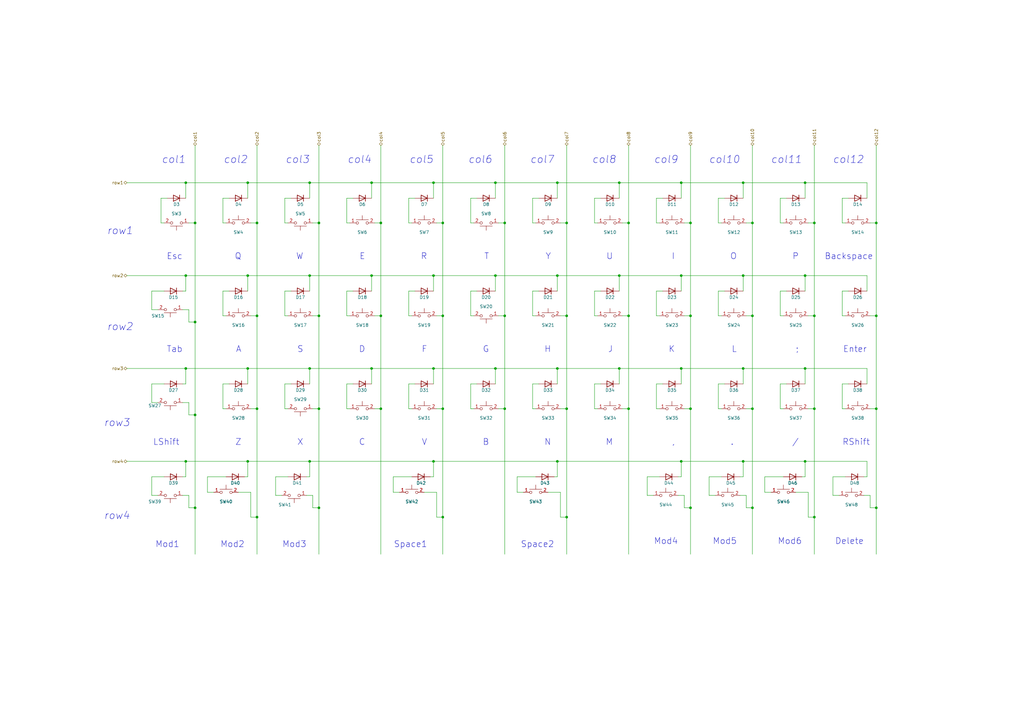
<source format=kicad_sch>
(kicad_sch (version 20211123) (generator eeschema)
  (paper "A3")
  (junction (at 232.41 91.44))
  (junction (at 254 74.93))
  (junction (at 304.8 189.23))
  (junction (at 228.6 74.93))
  (junction (at 80.01 170.18))
  (junction (at 228.6 113.03))
  (junction (at 101.6 189.23))
  (junction (at 279.4 151.13))
  (junction (at 254 151.13))
  (junction (at 232.41 167.64))
  (junction (at 257.81 129.54))
  (junction (at 279.4 189.23))
  (junction (at 232.41 129.54))
  (junction (at 304.8 74.93))
  (junction (at 105.41 129.54))
  (junction (at 203.2 113.03))
  (junction (at 105.41 91.44))
  (junction (at 228.6 189.23))
  (junction (at 181.61 91.44))
  (junction (at 152.4 113.03))
  (junction (at 254 113.03))
  (junction (at 228.6 151.13))
  (junction (at 177.8 74.93))
  (junction (at 257.81 91.44))
  (junction (at 177.8 113.03))
  (junction (at 308.61 167.64))
  (junction (at 359.41 91.44))
  (junction (at 156.21 129.54))
  (junction (at 359.41 208.28))
  (junction (at 334.01 167.64))
  (junction (at 181.61 129.54))
  (junction (at 76.2 74.93))
  (junction (at 177.8 151.13))
  (junction (at 156.21 167.64))
  (junction (at 181.61 167.64))
  (junction (at 334.01 91.44))
  (junction (at 308.61 129.54))
  (junction (at 127 74.93))
  (junction (at 130.81 167.64))
  (junction (at 283.21 91.44))
  (junction (at 330.2 151.13))
  (junction (at 76.2 113.03))
  (junction (at 308.61 91.44))
  (junction (at 279.4 113.03))
  (junction (at 330.2 189.23))
  (junction (at 334.01 129.54))
  (junction (at 203.2 151.13))
  (junction (at 283.21 167.64))
  (junction (at 130.81 208.28))
  (junction (at 105.41 167.64))
  (junction (at 80.01 91.44))
  (junction (at 330.2 74.93))
  (junction (at 257.81 167.64))
  (junction (at 152.4 74.93))
  (junction (at 279.4 74.93))
  (junction (at 101.6 74.93))
  (junction (at 76.2 151.13))
  (junction (at 156.21 91.44))
  (junction (at 130.81 91.44))
  (junction (at 127 189.23))
  (junction (at 207.01 129.54))
  (junction (at 308.61 208.28))
  (junction (at 127 113.03))
  (junction (at 207.01 91.44))
  (junction (at 359.41 129.54))
  (junction (at 101.6 151.13))
  (junction (at 304.8 151.13))
  (junction (at 203.2 74.93))
  (junction (at 80.01 208.28))
  (junction (at 101.6 113.03))
  (junction (at 207.01 167.64))
  (junction (at 304.8 113.03))
  (junction (at 177.8 189.23))
  (junction (at 127 151.13))
  (junction (at 283.21 129.54))
  (junction (at 283.21 208.28))
  (junction (at 76.2 189.23))
  (junction (at 130.81 129.54))
  (junction (at 80.01 132.08))
  (junction (at 330.2 113.03))
  (junction (at 232.41 212.09))
  (junction (at 152.4 151.13))
  (junction (at 334.01 212.09))
  (junction (at 359.41 167.64))
  (junction (at 181.61 212.09))
  (junction (at 105.41 212.09))
  (wire (pts (xy 91.44 129.54) (xy 92.71 129.54)))
  (wire (pts (xy 306.07 91.44) (xy 308.61 91.44)))
  (wire (pts (xy 269.24 81.28) (xy 269.24 91.44)))
  (wire (pts (xy 101.6 74.93) (xy 101.6 81.28)))
  (wire (pts (xy 243.84 129.54) (xy 245.11 129.54)))
  (wire (pts (xy 93.98 119.38) (xy 91.44 119.38)))
  (wire (pts (xy 304.8 151.13) (xy 330.2 151.13)))
  (wire (pts (xy 152.4 74.93) (xy 177.8 74.93)))
  (wire (pts (xy 130.81 129.54) (xy 130.81 167.64)))
  (wire (pts (xy 76.2 74.93) (xy 101.6 74.93)))
  (wire (pts (xy 207.01 129.54) (xy 207.01 167.64)))
  (wire (pts (xy 279.4 74.93) (xy 279.4 81.28)))
  (wire (pts (xy 161.29 195.58) (xy 161.29 201.93)))
  (wire (pts (xy 220.98 81.28) (xy 218.44 81.28)))
  (wire (pts (xy 113.03 195.58) (xy 113.03 203.2)))
  (wire (pts (xy 127 151.13) (xy 152.4 151.13)))
  (wire (pts (xy 330.2 151.13) (xy 330.2 157.48)))
  (wire (pts (xy 331.47 201.93) (xy 331.47 212.09)))
  (wire (pts (xy 279.4 151.13) (xy 304.8 151.13)))
  (wire (pts (xy 67.31 119.38) (xy 62.23 119.38)))
  (wire (pts (xy 303.53 203.2) (xy 306.07 203.2)))
  (wire (pts (xy 218.44 167.64) (xy 219.71 167.64)))
  (wire (pts (xy 356.87 129.54) (xy 359.41 129.54)))
  (wire (pts (xy 105.41 167.64) (xy 105.41 212.09)))
  (wire (pts (xy 179.07 212.09) (xy 181.61 212.09)))
  (wire (pts (xy 177.8 151.13) (xy 177.8 157.48)))
  (wire (pts (xy 152.4 74.93) (xy 152.4 81.28)))
  (wire (pts (xy 331.47 91.44) (xy 334.01 91.44)))
  (wire (pts (xy 105.41 59.69) (xy 105.41 91.44)))
  (wire (pts (xy 254 113.03) (xy 254 119.38)))
  (wire (pts (xy 320.04 91.44) (xy 321.31 91.44)))
  (wire (pts (xy 218.44 119.38) (xy 218.44 129.54)))
  (wire (pts (xy 76.2 113.03) (xy 101.6 113.03)))
  (wire (pts (xy 152.4 113.03) (xy 152.4 119.38)))
  (wire (pts (xy 167.64 119.38) (xy 167.64 129.54)))
  (wire (pts (xy 203.2 74.93) (xy 228.6 74.93)))
  (wire (pts (xy 116.84 129.54) (xy 118.11 129.54)))
  (wire (pts (xy 144.78 157.48) (xy 142.24 157.48)))
  (wire (pts (xy 232.41 129.54) (xy 232.41 167.64)))
  (wire (pts (xy 74.93 195.58) (xy 76.2 195.58)))
  (wire (pts (xy 356.87 208.28) (xy 359.41 208.28)))
  (wire (pts (xy 334.01 129.54) (xy 334.01 167.64)))
  (wire (pts (xy 330.2 189.23) (xy 355.6 189.23)))
  (wire (pts (xy 224.79 201.93) (xy 229.87 201.93)))
  (wire (pts (xy 76.2 151.13) (xy 101.6 151.13)))
  (wire (pts (xy 101.6 113.03) (xy 101.6 119.38)))
  (wire (pts (xy 193.04 91.44) (xy 194.31 91.44)))
  (wire (pts (xy 130.81 59.69) (xy 130.81 91.44)))
  (wire (pts (xy 119.38 119.38) (xy 116.84 119.38)))
  (wire (pts (xy 102.87 201.93) (xy 102.87 212.09)))
  (wire (pts (xy 303.53 195.58) (xy 304.8 195.58)))
  (wire (pts (xy 359.41 208.28) (xy 359.41 227.33)))
  (wire (pts (xy 128.27 129.54) (xy 130.81 129.54)))
  (wire (pts (xy 80.01 170.18) (xy 80.01 208.28)))
  (wire (pts (xy 168.91 195.58) (xy 161.29 195.58)))
  (wire (pts (xy 331.47 212.09) (xy 334.01 212.09)))
  (wire (pts (xy 269.24 119.38) (xy 269.24 129.54)))
  (wire (pts (xy 203.2 113.03) (xy 228.6 113.03)))
  (wire (pts (xy 193.04 129.54) (xy 194.31 129.54)))
  (wire (pts (xy 116.84 91.44) (xy 118.11 91.44)))
  (wire (pts (xy 74.93 203.2) (xy 77.47 203.2)))
  (wire (pts (xy 156.21 91.44) (xy 156.21 129.54)))
  (wire (pts (xy 347.98 157.48) (xy 345.44 157.48)))
  (wire (pts (xy 330.2 151.13) (xy 355.6 151.13)))
  (wire (pts (xy 80.01 91.44) (xy 80.01 132.08)))
  (wire (pts (xy 345.44 81.28) (xy 345.44 91.44)))
  (wire (pts (xy 156.21 167.64) (xy 156.21 227.33)))
  (wire (pts (xy 91.44 81.28) (xy 91.44 91.44)))
  (wire (pts (xy 195.58 81.28) (xy 193.04 81.28)))
  (wire (pts (xy 308.61 208.28) (xy 308.61 227.33)))
  (wire (pts (xy 359.41 91.44) (xy 359.41 129.54)))
  (wire (pts (xy 227.33 195.58) (xy 228.6 195.58)))
  (wire (pts (xy 128.27 208.28) (xy 130.81 208.28)))
  (wire (pts (xy 161.29 201.93) (xy 163.83 201.93)))
  (wire (pts (xy 193.04 157.48) (xy 193.04 167.64)))
  (wire (pts (xy 167.64 129.54) (xy 168.91 129.54)))
  (wire (pts (xy 306.07 167.64) (xy 308.61 167.64)))
  (wire (pts (xy 181.61 167.64) (xy 181.61 212.09)))
  (wire (pts (xy 176.53 195.58) (xy 177.8 195.58)))
  (wire (pts (xy 304.8 151.13) (xy 304.8 157.48)))
  (wire (pts (xy 125.73 195.58) (xy 127 195.58)))
  (wire (pts (xy 304.8 113.03) (xy 304.8 119.38)))
  (wire (pts (xy 177.8 195.58) (xy 177.8 189.23)))
  (wire (pts (xy 269.24 157.48) (xy 269.24 167.64)))
  (wire (pts (xy 345.44 129.54) (xy 346.71 129.54)))
  (wire (pts (xy 128.27 167.64) (xy 130.81 167.64)))
  (wire (pts (xy 359.41 129.54) (xy 359.41 167.64)))
  (wire (pts (xy 232.41 59.69) (xy 232.41 91.44)))
  (wire (pts (xy 321.31 195.58) (xy 313.69 195.58)))
  (wire (pts (xy 116.84 119.38) (xy 116.84 129.54)))
  (wire (pts (xy 283.21 208.28) (xy 283.21 227.33)))
  (wire (pts (xy 52.07 113.03) (xy 76.2 113.03)))
  (wire (pts (xy 246.38 157.48) (xy 243.84 157.48)))
  (wire (pts (xy 257.81 91.44) (xy 257.81 129.54)))
  (wire (pts (xy 102.87 212.09) (xy 105.41 212.09)))
  (wire (pts (xy 345.44 157.48) (xy 345.44 167.64)))
  (wire (pts (xy 347.98 119.38) (xy 345.44 119.38)))
  (wire (pts (xy 181.61 129.54) (xy 181.61 167.64)))
  (wire (pts (xy 144.78 81.28) (xy 142.24 81.28)))
  (wire (pts (xy 91.44 91.44) (xy 92.71 91.44)))
  (wire (pts (xy 170.18 119.38) (xy 167.64 119.38)))
  (wire (pts (xy 203.2 151.13) (xy 228.6 151.13)))
  (wire (pts (xy 297.18 119.38) (xy 294.64 119.38)))
  (wire (pts (xy 354.33 203.2) (xy 356.87 203.2)))
  (wire (pts (xy 130.81 208.28) (xy 130.81 227.33)))
  (wire (pts (xy 74.93 119.38) (xy 76.2 119.38)))
  (wire (pts (xy 152.4 151.13) (xy 177.8 151.13)))
  (wire (pts (xy 66.04 81.28) (xy 66.04 91.44)))
  (wire (pts (xy 308.61 167.64) (xy 308.61 208.28)))
  (wire (pts (xy 204.47 167.64) (xy 207.01 167.64)))
  (wire (pts (xy 308.61 129.54) (xy 308.61 167.64)))
  (wire (pts (xy 355.6 195.58) (xy 355.6 189.23)))
  (wire (pts (xy 101.6 113.03) (xy 127 113.03)))
  (wire (pts (xy 294.64 167.64) (xy 295.91 167.64)))
  (wire (pts (xy 294.64 119.38) (xy 294.64 129.54)))
  (wire (pts (xy 220.98 157.48) (xy 218.44 157.48)))
  (wire (pts (xy 255.27 91.44) (xy 257.81 91.44)))
  (wire (pts (xy 232.41 167.64) (xy 232.41 212.09)))
  (wire (pts (xy 128.27 203.2) (xy 128.27 208.28)))
  (wire (pts (xy 128.27 91.44) (xy 130.81 91.44)))
  (wire (pts (xy 52.07 74.93) (xy 76.2 74.93)))
  (wire (pts (xy 113.03 203.2) (xy 115.57 203.2)))
  (wire (pts (xy 283.21 91.44) (xy 283.21 129.54)))
  (wire (pts (xy 290.83 195.58) (xy 290.83 203.2)))
  (wire (pts (xy 219.71 195.58) (xy 212.09 195.58)))
  (wire (pts (xy 130.81 167.64) (xy 130.81 208.28)))
  (wire (pts (xy 77.47 208.28) (xy 80.01 208.28)))
  (wire (pts (xy 62.23 127) (xy 64.77 127)))
  (wire (pts (xy 153.67 129.54) (xy 156.21 129.54)))
  (wire (pts (xy 313.69 201.93) (xy 316.23 201.93)))
  (wire (pts (xy 203.2 113.03) (xy 203.2 119.38)))
  (wire (pts (xy 356.87 203.2) (xy 356.87 208.28)))
  (wire (pts (xy 308.61 91.44) (xy 308.61 129.54)))
  (wire (pts (xy 127 74.93) (xy 127 81.28)))
  (wire (pts (xy 328.93 195.58) (xy 330.2 195.58)))
  (wire (pts (xy 228.6 113.03) (xy 254 113.03)))
  (wire (pts (xy 306.07 203.2) (xy 306.07 208.28)))
  (wire (pts (xy 229.87 129.54) (xy 232.41 129.54)))
  (wire (pts (xy 177.8 151.13) (xy 203.2 151.13)))
  (wire (pts (xy 271.78 157.48) (xy 269.24 157.48)))
  (wire (pts (xy 330.2 113.03) (xy 330.2 119.38)))
  (wire (pts (xy 355.6 151.13) (xy 355.6 157.48)))
  (wire (pts (xy 290.83 203.2) (xy 293.37 203.2)))
  (wire (pts (xy 142.24 167.64) (xy 143.51 167.64)))
  (wire (pts (xy 229.87 91.44) (xy 232.41 91.44)))
  (wire (pts (xy 167.64 167.64) (xy 168.91 167.64)))
  (wire (pts (xy 359.41 59.69) (xy 359.41 91.44)))
  (wire (pts (xy 67.31 157.48) (xy 62.23 157.48)))
  (wire (pts (xy 331.47 129.54) (xy 334.01 129.54)))
  (wire (pts (xy 228.6 151.13) (xy 254 151.13)))
  (wire (pts (xy 76.2 157.48) (xy 76.2 151.13)))
  (wire (pts (xy 297.18 81.28) (xy 294.64 81.28)))
  (wire (pts (xy 243.84 91.44) (xy 245.11 91.44)))
  (wire (pts (xy 280.67 203.2) (xy 280.67 208.28)))
  (wire (pts (xy 179.07 129.54) (xy 181.61 129.54)))
  (wire (pts (xy 330.2 74.93) (xy 355.6 74.93)))
  (wire (pts (xy 142.24 119.38) (xy 142.24 129.54)))
  (wire (pts (xy 313.69 195.58) (xy 313.69 201.93)))
  (wire (pts (xy 62.23 165.1) (xy 64.77 165.1)))
  (wire (pts (xy 254 151.13) (xy 279.4 151.13)))
  (wire (pts (xy 77.47 203.2) (xy 77.47 208.28)))
  (wire (pts (xy 228.6 113.03) (xy 228.6 119.38)))
  (wire (pts (xy 218.44 81.28) (xy 218.44 91.44)))
  (wire (pts (xy 347.98 81.28) (xy 345.44 81.28)))
  (wire (pts (xy 101.6 189.23) (xy 127 189.23)))
  (wire (pts (xy 341.63 203.2) (xy 344.17 203.2)))
  (wire (pts (xy 97.79 201.93) (xy 102.87 201.93)))
  (wire (pts (xy 278.13 203.2) (xy 280.67 203.2)))
  (wire (pts (xy 212.09 195.58) (xy 212.09 201.93)))
  (wire (pts (xy 102.87 129.54) (xy 105.41 129.54)))
  (wire (pts (xy 279.4 74.93) (xy 304.8 74.93)))
  (wire (pts (xy 193.04 167.64) (xy 194.31 167.64)))
  (wire (pts (xy 91.44 119.38) (xy 91.44 129.54)))
  (wire (pts (xy 345.44 119.38) (xy 345.44 129.54)))
  (wire (pts (xy 105.41 212.09) (xy 105.41 227.33)))
  (wire (pts (xy 77.47 91.44) (xy 80.01 91.44)))
  (wire (pts (xy 243.84 81.28) (xy 243.84 91.44)))
  (wire (pts (xy 346.71 195.58) (xy 341.63 195.58)))
  (wire (pts (xy 52.07 189.23) (xy 76.2 189.23)))
  (wire (pts (xy 269.24 91.44) (xy 270.51 91.44)))
  (wire (pts (xy 320.04 129.54) (xy 321.31 129.54)))
  (wire (pts (xy 283.21 59.69) (xy 283.21 91.44)))
  (wire (pts (xy 271.78 81.28) (xy 269.24 81.28)))
  (wire (pts (xy 334.01 59.69) (xy 334.01 91.44)))
  (wire (pts (xy 181.61 59.69) (xy 181.61 91.44)))
  (wire (pts (xy 229.87 201.93) (xy 229.87 212.09)))
  (wire (pts (xy 232.41 212.09) (xy 232.41 227.33)))
  (wire (pts (xy 179.07 201.93) (xy 179.07 212.09)))
  (wire (pts (xy 156.21 129.54) (xy 156.21 167.64)))
  (wire (pts (xy 67.31 195.58) (xy 62.23 195.58)))
  (wire (pts (xy 294.64 157.48) (xy 294.64 167.64)))
  (wire (pts (xy 280.67 91.44) (xy 283.21 91.44)))
  (wire (pts (xy 270.51 195.58) (xy 265.43 195.58)))
  (wire (pts (xy 254 74.93) (xy 279.4 74.93)))
  (wire (pts (xy 320.04 157.48) (xy 320.04 167.64)))
  (wire (pts (xy 271.78 119.38) (xy 269.24 119.38)))
  (wire (pts (xy 295.91 195.58) (xy 290.83 195.58)))
  (wire (pts (xy 170.18 81.28) (xy 167.64 81.28)))
  (wire (pts (xy 203.2 151.13) (xy 203.2 157.48)))
  (wire (pts (xy 77.47 132.08) (xy 80.01 132.08)))
  (wire (pts (xy 269.24 167.64) (xy 270.51 167.64)))
  (wire (pts (xy 177.8 113.03) (xy 177.8 119.38)))
  (wire (pts (xy 334.01 167.64) (xy 334.01 212.09)))
  (wire (pts (xy 334.01 91.44) (xy 334.01 129.54)))
  (wire (pts (xy 177.8 189.23) (xy 228.6 189.23)))
  (wire (pts (xy 142.24 91.44) (xy 143.51 91.44)))
  (wire (pts (xy 265.43 195.58) (xy 265.43 203.2)))
  (wire (pts (xy 278.13 195.58) (xy 279.4 195.58)))
  (wire (pts (xy 80.01 208.28) (xy 80.01 227.33)))
  (wire (pts (xy 228.6 195.58) (xy 228.6 189.23)))
  (wire (pts (xy 304.8 74.93) (xy 304.8 81.28)))
  (wire (pts (xy 294.64 81.28) (xy 294.64 91.44)))
  (wire (pts (xy 116.84 81.28) (xy 116.84 91.44)))
  (wire (pts (xy 345.44 167.64) (xy 346.71 167.64)))
  (wire (pts (xy 326.39 201.93) (xy 331.47 201.93)))
  (wire (pts (xy 179.07 167.64) (xy 181.61 167.64)))
  (wire (pts (xy 322.58 119.38) (xy 320.04 119.38)))
  (wire (pts (xy 130.81 91.44) (xy 130.81 129.54)))
  (wire (pts (xy 101.6 151.13) (xy 127 151.13)))
  (wire (pts (xy 280.67 208.28) (xy 283.21 208.28)))
  (wire (pts (xy 92.71 195.58) (xy 85.09 195.58)))
  (wire (pts (xy 355.6 113.03) (xy 355.6 119.38)))
  (wire (pts (xy 102.87 167.64) (xy 105.41 167.64)))
  (wire (pts (xy 279.4 151.13) (xy 279.4 157.48)))
  (wire (pts (xy 119.38 81.28) (xy 116.84 81.28)))
  (wire (pts (xy 91.44 157.48) (xy 91.44 167.64)))
  (wire (pts (xy 330.2 195.58) (xy 330.2 189.23)))
  (wire (pts (xy 207.01 167.64) (xy 207.01 227.33)))
  (wire (pts (xy 142.24 157.48) (xy 142.24 167.64)))
  (wire (pts (xy 76.2 189.23) (xy 101.6 189.23)))
  (wire (pts (xy 101.6 151.13) (xy 101.6 157.48)))
  (wire (pts (xy 85.09 201.93) (xy 87.63 201.93)))
  (wire (pts (xy 102.87 91.44) (xy 105.41 91.44)))
  (wire (pts (xy 152.4 151.13) (xy 152.4 157.48)))
  (wire (pts (xy 320.04 119.38) (xy 320.04 129.54)))
  (wire (pts (xy 105.41 91.44) (xy 105.41 129.54)))
  (wire (pts (xy 177.8 74.93) (xy 177.8 81.28)))
  (wire (pts (xy 177.8 74.93) (xy 203.2 74.93)))
  (wire (pts (xy 283.21 129.54) (xy 283.21 167.64)))
  (wire (pts (xy 127 189.23) (xy 177.8 189.23)))
  (wire (pts (xy 125.73 203.2) (xy 128.27 203.2)))
  (wire (pts (xy 181.61 91.44) (xy 181.61 129.54)))
  (wire (pts (xy 74.93 127) (xy 77.47 127)))
  (wire (pts (xy 167.64 91.44) (xy 168.91 91.44)))
  (wire (pts (xy 254 151.13) (xy 254 157.48)))
  (wire (pts (xy 177.8 113.03) (xy 203.2 113.03)))
  (wire (pts (xy 193.04 119.38) (xy 193.04 129.54)))
  (wire (pts (xy 280.67 167.64) (xy 283.21 167.64)))
  (wire (pts (xy 127 113.03) (xy 152.4 113.03)))
  (wire (pts (xy 118.11 195.58) (xy 113.03 195.58)))
  (wire (pts (xy 359.41 167.64) (xy 359.41 208.28)))
  (wire (pts (xy 304.8 189.23) (xy 330.2 189.23)))
  (wire (pts (xy 204.47 91.44) (xy 207.01 91.44)))
  (wire (pts (xy 297.18 157.48) (xy 294.64 157.48)))
  (wire (pts (xy 93.98 81.28) (xy 91.44 81.28)))
  (wire (pts (xy 204.47 129.54) (xy 207.01 129.54)))
  (wire (pts (xy 76.2 74.93) (xy 76.2 81.28)))
  (wire (pts (xy 152.4 113.03) (xy 177.8 113.03)))
  (wire (pts (xy 179.07 91.44) (xy 181.61 91.44)))
  (wire (pts (xy 93.98 157.48) (xy 91.44 157.48)))
  (wire (pts (xy 320.04 167.64) (xy 321.31 167.64)))
  (wire (pts (xy 257.81 167.64) (xy 257.81 227.33)))
  (wire (pts (xy 228.6 189.23) (xy 279.4 189.23)))
  (wire (pts (xy 228.6 151.13) (xy 228.6 157.48)))
  (wire (pts (xy 269.24 129.54) (xy 270.51 129.54)))
  (wire (pts (xy 74.93 157.48) (xy 76.2 157.48)))
  (wire (pts (xy 220.98 119.38) (xy 218.44 119.38)))
  (wire (pts (xy 304.8 195.58) (xy 304.8 189.23)))
  (wire (pts (xy 218.44 91.44) (xy 219.71 91.44)))
  (wire (pts (xy 74.93 165.1) (xy 77.47 165.1)))
  (wire (pts (xy 153.67 167.64) (xy 156.21 167.64)))
  (wire (pts (xy 355.6 74.93) (xy 355.6 81.28)))
  (wire (pts (xy 320.04 81.28) (xy 320.04 91.44)))
  (wire (pts (xy 116.84 167.64) (xy 118.11 167.64)))
  (wire (pts (xy 330.2 113.03) (xy 355.6 113.03)))
  (wire (pts (xy 218.44 157.48) (xy 218.44 167.64)))
  (wire (pts (xy 127 151.13) (xy 127 157.48)))
  (wire (pts (xy 228.6 74.93) (xy 254 74.93)))
  (wire (pts (xy 52.07 151.13) (xy 76.2 151.13)))
  (wire (pts (xy 341.63 195.58) (xy 341.63 203.2)))
  (wire (pts (xy 142.24 129.54) (xy 143.51 129.54)))
  (wire (pts (xy 257.81 59.69) (xy 257.81 91.44)))
  (wire (pts (xy 334.01 212.09) (xy 334.01 227.33)))
  (wire (pts (xy 304.8 74.93) (xy 330.2 74.93)))
  (wire (pts (xy 229.87 167.64) (xy 232.41 167.64)))
  (wire (pts (xy 127 195.58) (xy 127 189.23)))
  (wire (pts (xy 100.33 195.58) (xy 101.6 195.58)))
  (wire (pts (xy 80.01 59.69) (xy 80.01 91.44)))
  (wire (pts (xy 105.41 129.54) (xy 105.41 167.64)))
  (wire (pts (xy 167.64 157.48) (xy 167.64 167.64)))
  (wire (pts (xy 354.33 195.58) (xy 355.6 195.58)))
  (wire (pts (xy 322.58 81.28) (xy 320.04 81.28)))
  (wire (pts (xy 144.78 119.38) (xy 142.24 119.38)))
  (wire (pts (xy 306.07 129.54) (xy 308.61 129.54)))
  (wire (pts (xy 279.4 113.03) (xy 304.8 113.03)))
  (wire (pts (xy 170.18 157.48) (xy 167.64 157.48)))
  (wire (pts (xy 279.4 195.58) (xy 279.4 189.23)))
  (wire (pts (xy 218.44 129.54) (xy 219.71 129.54)))
  (wire (pts (xy 76.2 119.38) (xy 76.2 113.03)))
  (wire (pts (xy 77.47 165.1) (xy 77.47 170.18)))
  (wire (pts (xy 62.23 195.58) (xy 62.23 203.2)))
  (wire (pts (xy 101.6 74.93) (xy 127 74.93)))
  (wire (pts (xy 257.81 129.54) (xy 257.81 167.64)))
  (wire (pts (xy 255.27 129.54) (xy 257.81 129.54)))
  (wire (pts (xy 294.64 91.44) (xy 295.91 91.44)))
  (wire (pts (xy 62.23 119.38) (xy 62.23 127)))
  (wire (pts (xy 304.8 113.03) (xy 330.2 113.03)))
  (wire (pts (xy 193.04 81.28) (xy 193.04 91.44)))
  (wire (pts (xy 228.6 74.93) (xy 228.6 81.28)))
  (wire (pts (xy 62.23 203.2) (xy 64.77 203.2)))
  (wire (pts (xy 142.24 81.28) (xy 142.24 91.44)))
  (wire (pts (xy 91.44 167.64) (xy 92.71 167.64)))
  (wire (pts (xy 255.27 167.64) (xy 257.81 167.64)))
  (wire (pts (xy 246.38 81.28) (xy 243.84 81.28)))
  (wire (pts (xy 127 113.03) (xy 127 119.38)))
  (wire (pts (xy 156.21 59.69) (xy 156.21 91.44)))
  (wire (pts (xy 66.04 91.44) (xy 67.31 91.44)))
  (wire (pts (xy 101.6 195.58) (xy 101.6 189.23)))
  (wire (pts (xy 279.4 189.23) (xy 304.8 189.23)))
  (wire (pts (xy 232.41 91.44) (xy 232.41 129.54)))
  (wire (pts (xy 195.58 157.48) (xy 193.04 157.48)))
  (wire (pts (xy 207.01 91.44) (xy 207.01 129.54)))
  (wire (pts (xy 356.87 91.44) (xy 359.41 91.44)))
  (wire (pts (xy 167.64 81.28) (xy 167.64 91.44)))
  (wire (pts (xy 246.38 119.38) (xy 243.84 119.38)))
  (wire (pts (xy 308.61 59.69) (xy 308.61 91.44)))
  (wire (pts (xy 254 74.93) (xy 254 81.28)))
  (wire (pts (xy 173.99 201.93) (xy 179.07 201.93)))
  (wire (pts (xy 254 113.03) (xy 279.4 113.03)))
  (wire (pts (xy 207.01 59.69) (xy 207.01 91.44)))
  (wire (pts (xy 243.84 157.48) (xy 243.84 167.64)))
  (wire (pts (xy 306.07 208.28) (xy 308.61 208.28)))
  (wire (pts (xy 294.64 129.54) (xy 295.91 129.54)))
  (wire (pts (xy 80.01 132.08) (xy 80.01 170.18)))
  (wire (pts (xy 212.09 201.93) (xy 214.63 201.93)))
  (wire (pts (xy 195.58 119.38) (xy 193.04 119.38)))
  (wire (pts (xy 116.84 157.48) (xy 116.84 167.64)))
  (wire (pts (xy 243.84 119.38) (xy 243.84 129.54)))
  (wire (pts (xy 76.2 195.58) (xy 76.2 189.23)))
  (wire (pts (xy 119.38 157.48) (xy 116.84 157.48)))
  (wire (pts (xy 283.21 167.64) (xy 283.21 208.28)))
  (wire (pts (xy 181.61 212.09) (xy 181.61 227.33)))
  (wire (pts (xy 331.47 167.64) (xy 334.01 167.64)))
  (wire (pts (xy 356.87 167.64) (xy 359.41 167.64)))
  (wire (pts (xy 127 74.93) (xy 152.4 74.93)))
  (wire (pts (xy 280.67 129.54) (xy 283.21 129.54)))
  (wire (pts (xy 68.58 81.28) (xy 66.04 81.28)))
  (wire (pts (xy 265.43 203.2) (xy 267.97 203.2)))
  (wire (pts (xy 77.47 127) (xy 77.47 132.08)))
  (wire (pts (xy 153.67 91.44) (xy 156.21 91.44)))
  (wire (pts (xy 345.44 91.44) (xy 346.71 91.44)))
  (wire (pts (xy 62.23 157.48) (xy 62.23 165.1)))
  (wire (pts (xy 243.84 167.64) (xy 245.11 167.64)))
  (wire (pts (xy 85.09 195.58) (xy 85.09 201.93)))
  (wire (pts (xy 279.4 113.03) (xy 279.4 119.38)))
  (wire (pts (xy 330.2 74.93) (xy 330.2 81.28)))
  (wire (pts (xy 322.58 157.48) (xy 320.04 157.48)))
  (wire (pts (xy 203.2 74.93) (xy 203.2 81.28)))
  (wire (pts (xy 229.87 212.09) (xy 232.41 212.09)))
  (wire (pts (xy 77.47 170.18) (xy 80.01 170.18)))
  (text "Backspace" (at 358.14 106.68 180) (effects (font (size 2.5 2.5)) (justify right bottom)))
  (text "col7" (at 227.33 67.31 180) (effects (font (size 3 3) italic) (justify right bottom)))
  (text "." (at 300.99 182.88 180) (effects (font (size 2.5 2.5)) (justify right bottom)))
  (text "D" (at 149.86 144.78 180) (effects (font (size 2.5 2.5)) (justify right bottom)))
  (text "S" (at 124.46 144.78 180) (effects (font (size 2.5 2.5)) (justify right bottom)))
  (text "col8" (at 252.73 67.31 180) (effects (font (size 3 3) italic) (justify right bottom)))
  (text "L" (at 302.26 144.78 180) (effects (font (size 2.5 2.5)) (justify right bottom)))
  (text "col9" (at 278.13 67.31 180) (effects (font (size 3 3) italic) (justify right bottom)))
  (text "Mod1" (at 73.66 224.79 180) (effects (font (size 2.5 2.5)) (justify right bottom)))
  (text "col12" (at 354.33 67.31 180) (effects (font (size 3 3) italic) (justify right bottom)))
  (text "K" (at 276.86 144.78 180) (effects (font (size 2.5 2.5)) (justify right bottom)))
  (text ";" (at 327.66 144.78 180) (effects (font (size 2.5 2.5)) (justify right bottom)))
  (text "col2" (at 101.6 67.31 180) (effects (font (size 3 3) italic) (justify right bottom)))
  (text "M" (at 251.46 182.88 180) (effects (font (size 2.5 2.5)) (justify right bottom)))
  (text "Y" (at 226.06 106.68 180) (effects (font (size 2.5 2.5)) (justify right bottom)))
  (text "Space2" (at 227.33 224.79 180) (effects (font (size 2.5 2.5)) (justify right bottom)))
  (text "Mod5" (at 302.26 223.52 180) (effects (font (size 2.5 2.5)) (justify right bottom)))
  (text "Tab" (at 74.93 144.78 180) (effects (font (size 2.5 2.5)) (justify right bottom)))
  (text "col11" (at 328.93 67.31 180) (effects (font (size 3 3) italic) (justify right bottom)))
  (text "R" (at 175.26 106.68 180) (effects (font (size 2.5 2.5)) (justify right bottom)))
  (text "P" (at 327.66 106.68 180) (effects (font (size 2.5 2.5)) (justify right bottom)))
  (text "C" (at 149.86 182.88 180) (effects (font (size 2.5 2.5)) (justify right bottom)))
  (text "LShift" (at 73.66 182.88 180) (effects (font (size 2.5 2.5)) (justify right bottom)))
  (text "row2" (at 54.61 135.89 180) (effects (font (size 3 3) italic) (justify right bottom)))
  (text "Mod4" (at 278.13 223.52 180) (effects (font (size 2.5 2.5)) (justify right bottom)))
  (text "X" (at 124.46 182.88 180) (effects (font (size 2.5 2.5)) (justify right bottom)))
  (text "Mod2" (at 100.33 224.79 180) (effects (font (size 2.5 2.5)) (justify right bottom)))
  (text "N" (at 226.06 182.88 180) (effects (font (size 2.5 2.5)) (justify right bottom)))
  (text "col5" (at 177.8 67.31 180) (effects (font (size 3 3) italic) (justify right bottom)))
  (text "V" (at 175.26 182.88 180) (effects (font (size 2.5 2.5)) (justify right bottom)))
  (text "Delete" (at 354.33 223.52 180) (effects (font (size 2.5 2.5)) (justify right bottom)))
  (text "G" (at 200.66 144.78 180) (effects (font (size 2.5 2.5)) (justify right bottom)))
  (text "Mod6" (at 328.93 223.52 180) (effects (font (size 2.5 2.5)) (justify right bottom)))
  (text "A" (at 99.06 144.78 180) (effects (font (size 2.5 2.5)) (justify right bottom)))
  (text "col10" (at 303.53 67.31 180) (effects (font (size 3 3) italic) (justify right bottom)))
  (text "H" (at 226.06 144.78 180) (effects (font (size 2.5 2.5)) (justify right bottom)))
  (text "row3" (at 53.34 175.26 180) (effects (font (size 3 3) italic) (justify right bottom)))
  (text "Z" (at 99.06 182.88 180) (effects (font (size 2.5 2.5)) (justify right bottom)))
  (text "RShift" (at 356.87 182.88 180) (effects (font (size 2.5 2.5)) (justify right bottom)))
  (text "J" (at 251.46 144.78 180) (effects (font (size 2.5 2.5)) (justify right bottom)))
  (text "I" (at 276.86 106.68 180) (effects (font (size 2.5 2.5)) (justify right bottom)))
  (text "col1" (at 76.2 67.31 180) (effects (font (size 3 3) italic) (justify right bottom)))
  (text "U" (at 251.46 106.68 180) (effects (font (size 2.5 2.5)) (justify right bottom)))
  (text "B" (at 200.66 182.88 180) (effects (font (size 2.5 2.5)) (justify right bottom)))
  (text "Esc" (at 74.93 106.68 180) (effects (font (size 2.5 2.5)) (justify right bottom)))
  (text "col3" (at 127 67.31 180) (effects (font (size 3 3) italic) (justify right bottom)))
  (text "F" (at 175.26 144.78 180) (effects (font (size 2.5 2.5)) (justify right bottom)))
  (text "Q" (at 99.06 106.68 180) (effects (font (size 2.5 2.5)) (justify right bottom)))
  (text "T" (at 200.66 106.68 180) (effects (font (size 2.5 2.5)) (justify right bottom)))
  (text "col4" (at 152.4 67.31 180) (effects (font (size 3 3) italic) (justify right bottom)))
  (text "O" (at 302.26 106.68 180) (effects (font (size 2.5 2.5)) (justify right bottom)))
  (text "/" (at 327.66 182.88 180) (effects (font (size 2.5 2.5)) (justify right bottom)))
  (text "W" (at 124.46 106.68 180) (effects (font (size 2.5 2.5)) (justify right bottom)))
  (text "," (at 276.86 182.88 180) (effects (font (size 2.5 2.5)) (justify right bottom)))
  (text "row1" (at 54.61 96.52 180) (effects (font (size 3 3) italic) (justify right bottom)))
  (text "Enter" (at 355.6 144.78 180) (effects (font (size 2.5 2.5)) (justify right bottom)))
  (text "col6" (at 201.93 67.31 180) (effects (font (size 3 3) italic) (justify right bottom)))
  (text "Mod3" (at 125.73 224.79 180) (effects (font (size 2.5 2.5)) (justify right bottom)))
  (text "E" (at 149.86 106.68 180) (effects (font (size 2.5 2.5)) (justify right bottom)))
  (text "row4" (at 53.34 213.36 180) (effects (font (size 3 3) italic) (justify right bottom)))
  (text "Space1" (at 175.26 224.79 180) (effects (font (size 2.5 2.5)) (justify right bottom)))
  (hierarchical_label "row4" (shape bidirectional) (at 52.07 189.23 180))
  (hierarchical_label "col10" (shape bidirectional) (at 308.61 59.69 90))
  (hierarchical_label "col4" (shape bidirectional) (at 156.21 59.69 90))
  (hierarchical_label "col1" (shape bidirectional) (at 80.01 59.69 90))
  (hierarchical_label "row3" (shape bidirectional) (at 52.07 151.13 180))
  (hierarchical_label "col11" (shape bidirectional) (at 334.01 59.69 90))
  (hierarchical_label "row1" (shape bidirectional) (at 52.07 74.93 180))
  (hierarchical_label "col6" (shape bidirectional) (at 207.01 59.69 90))
  (hierarchical_label "col3" (shape bidirectional) (at 130.81 59.69 90))
  (hierarchical_label "col12" (shape bidirectional) (at 359.41 59.69 90))
  (hierarchical_label "col2" (shape bidirectional) (at 105.41 59.69 90))
  (hierarchical_label "col5" (shape bidirectional) (at 181.61 59.69 90))
  (hierarchical_label "row2" (shape bidirectional) (at 52.07 113.03 180))
  (hierarchical_label "col8" (shape bidirectional) (at 257.81 59.69 90))
  (hierarchical_label "col9" (shape bidirectional) (at 283.21 59.69 90))
  (hierarchical_label "col7" (shape bidirectional) (at 232.41 59.69 90))
  (symbol (lib_id "Diode:1N4148") (at 299.72 195.58 180) (unit 1)
    (property "Reference" "D45" (at 299.72 198.12 0))
    (property "Value" "1N4148" (effects hide))
    (property "Footprint" "Diode_SMD:D_0805_2012Metric" (effects hide))
    (property "Datasheet" "https://assets.nexperia.com/documents/data-sheet/1N4148_1N4448.pdf" (effects hide))
  )
  (symbol (lib_id "Diode:1N4148") (at 223.52 195.58 180) (unit 1)
    (property "Reference" "D43" (at 223.52 198.12 0))
    (property "Value" "1N4148" (effects hide))
    (property "Footprint" "Diode_SMD:D_0805_2012Metric" (effects hide))
    (property "Datasheet" "https://assets.nexperia.com/documents/data-sheet/1N4148_1N4448.pdf" (effects hide))
  )
  (symbol (lib_id "Diode:1N4148") (at 71.12 195.58 180) (unit 1)
    (property "Reference" "D39" (at 71.12 198.12 0))
    (property "Value" "1N4148" (effects hide))
    (property "Footprint" "Diode_SMD:D_0805_2012Metric" (effects hide))
    (property "Datasheet" "https://assets.nexperia.com/documents/data-sheet/1N4148_1N4448.pdf" (effects hide))
  )
  (symbol (lib_id "Diode:1N4148") (at 326.39 157.48 180) (unit 1)
    (property "Reference" "D37" (at 326.39 160.02 0))
    (property "Value" "1N4148" (effects hide))
    (property "Footprint" "Diode_SMD:D_0805_2012Metric" (effects hide))
    (property "Datasheet" "https://assets.nexperia.com/documents/data-sheet/1N4148_1N4448.pdf" (effects hide))
  )
  (symbol (lib_id "Switch:SW_Push") (at 123.19 167.64 180) (unit 1)
    (property "Reference" "SW29" (at 123.19 163.83 0))
    (property "Value" "SW_Push" (effects hide))
    (property "Footprint" "Switch_Keyboard_Hotswap_Kailh.pretty:SW_Hotswap_Kailh_MX" (effects hide))
  )
  (symbol (lib_id "Switch:SW_Push") (at 120.65 203.2 180) (unit 1)
    (property "Reference" "SW41" (at 116.84 207.01 0))
    (property "Value" "SW_Push" (effects hide))
    (property "Footprint" "Switch_Keyboard_Hotswap_Kailh.pretty:SW_Hotswap_Kailh_MX" (effects hide))
  )
  (symbol (lib_id "Diode:1N4148") (at 224.79 119.38 180) (unit 1)
    (property "Reference" "D21" (at 224.79 121.92 0))
    (property "Value" "1N4148" (effects hide))
    (property "Footprint" "Diode_SMD:D_0805_2012Metric" (effects hide))
    (property "Datasheet" "https://assets.nexperia.com/documents/data-sheet/1N4148_1N4448.pdf" (effects hide))
  )
  (symbol (lib_id "Diode:1N4148") (at 224.79 157.48 180) (unit 1)
    (property "Reference" "D33" (at 224.79 160.02 0))
    (property "Value" "1N4148" (effects hide))
    (property "Footprint" "Diode_SMD:D_0805_2012Metric" (effects hide))
    (property "Datasheet" "https://assets.nexperia.com/documents/data-sheet/1N4148_1N4448.pdf" (effects hide))
  )
  (symbol (lib_id "Diode:1N4148") (at 300.99 157.48 180) (unit 1)
    (property "Reference" "D36" (at 300.99 160.02 0))
    (property "Value" "1N4148" (effects hide))
    (property "Footprint" "Diode_SMD:D_0805_2012Metric" (effects hide))
    (property "Datasheet" "https://assets.nexperia.com/documents/data-sheet/1N4148_1N4448.pdf" (effects hide))
  )
  (symbol (lib_id "Diode:1N4148") (at 275.59 81.28 180) (unit 1)
    (property "Reference" "D11" (at 275.59 83.82 0))
    (property "Value" "1N4148" (effects hide))
    (property "Footprint" "Diode_SMD:D_0805_2012Metric" (effects hide))
    (property "Datasheet" "https://assets.nexperia.com/documents/data-sheet/1N4148_1N4448.pdf" (effects hide))
  )
  (symbol (lib_id "Diode:1N4148") (at 148.59 81.28 180) (unit 1)
    (property "Reference" "D6" (at 148.59 83.82 0))
    (property "Value" "1N4148" (effects hide))
    (property "Footprint" "Diode_SMD:D_0805_2012Metric" (effects hide))
    (property "Datasheet" "https://assets.nexperia.com/documents/data-sheet/1N4148_1N4448.pdf" (effects hide))
  )
  (symbol (lib_id "Diode:1N4148") (at 121.92 195.58 180) (unit 1)
    (property "Reference" "D41" (at 121.92 198.12 0))
    (property "Value" "1N4148" (effects hide))
    (property "Footprint" "Diode_SMD:D_0805_2012Metric" (effects hide))
    (property "Datasheet" "https://assets.nexperia.com/documents/data-sheet/1N4148_1N4448.pdf" (effects hide))
  )
  (symbol (lib_id "Switch:SW_Push") (at 199.39 167.64 0) (unit 1)
    (property "Reference" "SW32" (at 199.39 171.45 0))
    (property "Value" "SW_Push" (effects hide))
    (property "Footprint" "Switch_Keyboard_Hotswap_Kailh.pretty:SW_Hotswap_Kailh_MX" (effects hide))
  )
  (symbol (lib_id "Diode:1N4148") (at 199.39 81.28 180) (unit 1)
    (property "Reference" "D8" (at 199.39 83.82 0))
    (property "Value" "1N4148" (effects hide))
    (property "Footprint" "Diode_SMD:D_0805_2012Metric" (effects hide))
    (property "Datasheet" "https://assets.nexperia.com/documents/data-sheet/1N4148_1N4448.pdf" (effects hide))
  )
  (symbol (lib_id "Diode:1N4148") (at 351.79 119.38 180) (unit 1)
    (property "Reference" "D26" (at 351.79 121.92 0))
    (property "Value" "1N4148" (effects hide))
    (property "Footprint" "Diode_SMD:D_0805_2012Metric" (effects hide))
    (property "Datasheet" "https://assets.nexperia.com/documents/data-sheet/1N4148_1N4448.pdf" (effects hide))
  )
  (symbol (lib_id "Diode:1N4148") (at 250.19 119.38 180) (unit 1)
    (property "Reference" "D22" (at 250.19 121.92 0))
    (property "Value" "1N4148" (effects hide))
    (property "Footprint" "Diode_SMD:D_0805_2012Metric" (effects hide))
    (property "Datasheet" "https://assets.nexperia.com/documents/data-sheet/1N4148_1N4448.pdf" (effects hide))
  )
  (symbol (lib_id "Diode:1N4148") (at 97.79 157.48 180) (unit 1)
    (property "Reference" "D28" (at 97.79 160.02 0))
    (property "Value" "1N4148" (effects hide))
    (property "Footprint" "Diode_SMD:D_0805_2012Metric" (effects hide))
    (property "Datasheet" "https://assets.nexperia.com/documents/data-sheet/1N4148_1N4448.pdf" (effects hide))
  )
  (symbol (lib_id "Switch:SW_Push") (at 148.59 129.54 0) (unit 1)
    (property "Reference" "SW18" (at 148.59 133.35 0))
    (property "Value" "SW_Push" (effects hide))
    (property "Footprint" "Switch_Keyboard_Hotswap_Kailh.pretty:SW_Hotswap_Kailh_MX" (effects hide))
  )
  (symbol (lib_id "Switch:SW_Push") (at 275.59 129.54 0) (unit 1)
    (property "Reference" "SW23" (at 275.59 133.35 0))
    (property "Value" "SW_Push" (effects hide))
    (property "Footprint" "Switch_Keyboard_Hotswap_Kailh.pretty:SW_Hotswap_Kailh_MX" (effects hide))
  )
  (symbol (lib_id "Switch:SW_Push") (at 69.85 127 180) (unit 1)
    (property "Reference" "SW15" (at 64.77 129.54 0))
    (property "Value" "SW_Push" (effects hide))
    (property "Footprint" "Switch_Keyboard_Hotswap_Kailh.pretty:SW_Hotswap_Kailh_MX" (effects hide))
  )
  (symbol (lib_id "Switch:SW_Push") (at 69.85 203.2 180) (unit 1)
    (property "Reference" "SW39" (at 63.5 205.74 0))
    (property "Value" "SW_Push" (effects hide))
    (property "Footprint" "Switch_Keyboard_Hotswap_Kailh.pretty:SW_Hotswap_Kailh_MX" (effects hide))
  )
  (symbol (lib_id "Diode:1N4148") (at 71.12 119.38 180) (unit 1)
    (property "Reference" "D15" (at 71.12 121.92 0))
    (property "Value" "1N4148" (effects hide))
    (property "Footprint" "Diode_SMD:D_0805_2012Metric" (effects hide))
    (property "Datasheet" "https://assets.nexperia.com/documents/data-sheet/1N4148_1N4448.pdf" (effects hide))
  )
  (symbol (lib_id "Switch:SW_Push") (at 298.45 203.2 0) (unit 1)
    (property "Reference" "SW45" (at 298.45 207.01 0))
    (property "Value" "SW_Push" (effects hide))
    (property "Footprint" "Switch_Keyboard_Hotswap_Kailh.pretty:SW_Hotswap_Kailh_MX" (effects hide))
  )
  (symbol (lib_id "Switch:SW_Push") (at 199.39 91.44 180) (unit 1)
    (property "Reference" "SW8" (at 199.39 87.63 0))
    (property "Value" "SW_Push" (effects hide))
    (property "Footprint" "Switch_Keyboard_Hotswap_Kailh.pretty:SW_Hotswap_Kailh_MX" (effects hide))
  )
  (symbol (lib_id "Diode:1N4148") (at 199.39 157.48 180) (unit 1)
    (property "Reference" "D32" (at 199.39 160.02 0))
    (property "Value" "1N4148" (effects hide))
    (property "Footprint" "Diode_SMD:D_0805_2012Metric" (effects hide))
    (property "Datasheet" "https://assets.nexperia.com/documents/data-sheet/1N4148_1N4448.pdf" (effects hide))
  )
  (symbol (lib_id "Switch:SW_Push") (at 300.99 167.64 0) (unit 1)
    (property "Reference" "SW36" (at 300.99 171.45 0))
    (property "Value" "SW_Push" (effects hide))
    (property "Footprint" "Switch_Keyboard_Hotswap_Kailh.pretty:SW_Hotswap_Kailh_MX" (effects hide))
  )
  (symbol (lib_id "Switch:SW_Push") (at 250.19 129.54 0) (unit 1)
    (property "Reference" "SW22" (at 250.19 133.35 0))
    (property "Value" "SW_Push" (effects hide))
    (property "Footprint" "Switch_Keyboard_Hotswap_Kailh.pretty:SW_Hotswap_Kailh_MX" (effects hide))
  )
  (symbol (lib_id "Diode:1N4148") (at 148.59 157.48 180) (unit 1)
    (property "Reference" "D30" (at 148.59 160.02 0))
    (property "Value" "1N4148" (effects hide))
    (property "Footprint" "Diode_SMD:D_0805_2012Metric" (effects hide))
    (property "Datasheet" "https://assets.nexperia.com/documents/data-sheet/1N4148_1N4448.pdf" (effects hide))
  )
  (symbol (lib_id "Diode:1N4148") (at 123.19 119.38 180) (unit 1)
    (property "Reference" "D17" (at 123.19 121.92 0))
    (property "Value" "1N4148" (effects hide))
    (property "Footprint" "Diode_SMD:D_0805_2012Metric" (effects hide))
    (property "Datasheet" "https://assets.nexperia.com/documents/data-sheet/1N4148_1N4448.pdf" (effects hide))
  )
  (symbol (lib_id "Switch:SW_Push") (at 168.91 201.93 0) (unit 1)
    (property "Reference" "SW42" (at 168.91 205.74 0))
    (property "Value" "SW_Push" (effects hide))
    (property "Footprint" "Switch_Keyboard_Hotswap_Kailh.pretty:SW_Hotswap_Kailh_MX" (effects hide))
  )
  (symbol (lib_id "Switch:SW_Push") (at 123.19 129.54 0) (unit 1)
    (property "Reference" "SW17" (at 123.19 133.35 0))
    (property "Value" "SW_Push" (effects hide))
    (property "Footprint" "Switch_Keyboard_Hotswap_Kailh.pretty:SW_Hotswap_Kailh_MX" (effects hide))
  )
  (symbol (lib_id "Switch:SW_Push") (at 326.39 129.54 0) (unit 1)
    (property "Reference" "SW25" (at 326.39 133.35 0))
    (property "Value" "SW_Push" (effects hide))
    (property "Footprint" "Switch_Keyboard_Hotswap_Kailh.pretty:SW_Hotswap_Kailh_MX" (effects hide))
  )
  (symbol (lib_id "Switch:SW_Push") (at 275.59 91.44 0) (unit 1)
    (property "Reference" "SW11" (at 275.59 95.25 0))
    (property "Value" "SW_Push" (effects hide))
    (property "Footprint" "Switch_Keyboard_Hotswap_Kailh.pretty:SW_Hotswap_Kailh_MX" (effects hide))
  )
  (symbol (lib_id "Diode:1N4148") (at 250.19 157.48 180) (unit 1)
    (property "Reference" "D34" (at 250.19 160.02 0))
    (property "Value" "1N4148" (effects hide))
    (property "Footprint" "Diode_SMD:D_0805_2012Metric" (effects hide))
    (property "Datasheet" "https://assets.nexperia.com/documents/data-sheet/1N4148_1N4448.pdf" (effects hide))
  )
  (symbol (lib_id "Switch:SW_Push") (at 199.39 129.54 180) (unit 1)
    (property "Reference" "SW20" (at 199.39 125.73 0))
    (property "Value" "SW_Push" (effects hide))
    (property "Footprint" "Switch_Keyboard_Hotswap_Kailh.pretty:SW_Hotswap_Kailh_MX" (effects hide))
  )
  (symbol (lib_id "Switch:SW_Push") (at 326.39 167.64 0) (unit 1)
    (property "Reference" "SW37" (at 326.39 171.45 0))
    (property "Value" "SW_Push" (effects hide))
    (property "Footprint" "Switch_Keyboard_Hotswap_Kailh.pretty:SW_Hotswap_Kailh_MX" (effects hide))
  )
  (symbol (lib_id "Switch:SW_Push") (at 321.31 201.93 0) (unit 1)
    (property "Reference" "SW46" (at 321.31 205.74 0))
    (property "Value" "SW_Push" (effects hide))
    (property "Footprint" "Switch_Keyboard_Hotswap_Kailh.pretty:SW_Hotswap_Kailh_MX" (effects hide))
  )
  (symbol (lib_id "Switch:SW_Push") (at 173.99 167.64 0) (unit 1)
    (property "Reference" "SW31" (at 173.99 171.45 0))
    (property "Value" "SW_Push" (effects hide))
    (property "Footprint" "Switch_Keyboard_Hotswap_Kailh.pretty:SW_Hotswap_Kailh_MX" (effects hide))
  )
  (symbol (lib_id "Diode:1N4148") (at 71.12 157.48 180) (unit 1)
    (property "Reference" "D27" (at 71.12 160.02 0))
    (property "Value" "1N4148" (effects hide))
    (property "Footprint" "Diode_SMD:D_0805_2012Metric" (effects hide))
    (property "Datasheet" "https://assets.nexperia.com/documents/data-sheet/1N4148_1N4448.pdf" (effects hide))
  )
  (symbol (lib_id "Switch:SW_Push") (at 224.79 167.64 0) (unit 1)
    (property "Reference" "SW33" (at 224.79 171.45 0))
    (property "Value" "SW_Push" (effects hide))
    (property "Footprint" "Switch_Keyboard_Hotswap_Kailh.pretty:SW_Hotswap_Kailh_MX" (effects hide))
  )
  (symbol (lib_id "Switch:SW_Push") (at 123.19 91.44 180) (unit 1)
    (property "Reference" "SW5" (at 123.19 87.63 0))
    (property "Value" "SW_Push" (effects hide))
    (property "Footprint" "Switch_Keyboard_Hotswap_Kailh.pretty:SW_Hotswap_Kailh_MX" (effects hide))
  )
  (symbol (lib_id "Diode:1N4148") (at 123.19 81.28 180) (unit 1)
    (property "Reference" "D5" (at 123.19 83.82 0))
    (property "Value" "1N4148" (effects hide))
    (property "Footprint" "Diode_SMD:D_0805_2012Metric" (effects hide))
    (property "Datasheet" "https://assets.nexperia.com/documents/data-sheet/1N4148_1N4448.pdf" (effects hide))
  )
  (symbol (lib_id "Diode:1N4148") (at 172.72 195.58 180) (unit 1)
    (property "Reference" "D42" (at 172.72 198.12 0))
    (property "Value" "1N4148" (effects hide))
    (property "Footprint" "Diode_SMD:D_0805_2012Metric" (effects hide))
    (property "Datasheet" "https://assets.nexperia.com/documents/data-sheet/1N4148_1N4448.pdf" (effects hide))
  )
  (symbol (lib_id "Diode:1N4148") (at 300.99 81.28 180) (unit 1)
    (property "Reference" "D12" (at 300.99 83.82 0))
    (property "Value" "1N4148" (effects hide))
    (property "Footprint" "Diode_SMD:D_0805_2012Metric" (effects hide))
    (property "Datasheet" "https://assets.nexperia.com/documents/data-sheet/1N4148_1N4448.pdf" (effects hide))
  )
  (symbol (lib_id "Switch:SW_Push") (at 300.99 91.44 0) (unit 1)
    (property "Reference" "SW12" (at 300.99 95.25 0))
    (property "Value" "SW_Push" (effects hide))
    (property "Footprint" "Switch_Keyboard_Hotswap_Kailh.pretty:SW_Hotswap_Kailh_MX" (effects hide))
  )
  (symbol (lib_id "Switch:SW_Push") (at 250.19 91.44 0) (unit 1)
    (property "Reference" "SW10" (at 250.19 95.25 0))
    (property "Value" "SW_Push" (effects hide))
    (property "Footprint" "Switch_Keyboard_Hotswap_Kailh.pretty:SW_Hotswap_Kailh_MX" (effects hide))
  )
  (symbol (lib_id "Switch:SW_Push") (at 97.79 129.54 0) (unit 1)
    (property "Reference" "SW16" (at 97.79 133.35 0))
    (property "Value" "SW_Push" (effects hide))
    (property "Footprint" "Switch_Keyboard_Hotswap_Kailh.pretty:SW_Hotswap_Kailh_MX" (effects hide))
  )
  (symbol (lib_id "Switch:SW_Push") (at 69.85 165.1 180) (unit 1)
    (property "Reference" "SW27" (at 63.5 166.37 0))
    (property "Value" "SW_Push" (effects hide))
    (property "Footprint" "Switch_Keyboard_Hotswap_Kailh.pretty:SW_Hotswap_Kailh_MX" (effects hide))
  )
  (symbol (lib_id "Diode:1N4148") (at 274.32 195.58 180) (unit 1)
    (property "Reference" "D44" (at 274.32 198.12 0))
    (property "Value" "1N4148" (effects hide))
    (property "Footprint" "Diode_SMD:D_0805_2012Metric" (effects hide))
    (property "Datasheet" "https://assets.nexperia.com/documents/data-sheet/1N4148_1N4448.pdf" (effects hide))
  )
  (symbol (lib_id "Switch:SW_Push") (at 275.59 167.64 0) (unit 1)
    (property "Reference" "SW35" (at 275.59 171.45 0))
    (property "Value" "SW_Push" (effects hide))
    (property "Footprint" "Switch_Keyboard_Hotswap_Kailh.pretty:SW_Hotswap_Kailh_MX" (effects hide))
  )
  (symbol (lib_id "Diode:1N4148") (at 173.99 119.38 180) (unit 1)
    (property "Reference" "D19" (at 173.99 121.92 0))
    (property "Value" "1N4148" (effects hide))
    (property "Footprint" "Diode_SMD:D_0805_2012Metric" (effects hide))
    (property "Datasheet" "https://assets.nexperia.com/documents/data-sheet/1N4148_1N4448.pdf" (effects hide))
  )
  (symbol (lib_id "Diode:1N4148") (at 96.52 195.58 180) (unit 1)
    (property "Reference" "D40" (at 96.52 198.12 0))
    (property "Value" "1N4148" (effects hide))
    (property "Footprint" "Diode_SMD:D_0805_2012Metric" (effects hide))
    (property "Datasheet" "https://assets.nexperia.com/documents/data-sheet/1N4148_1N4448.pdf" (effects hide))
  )
  (symbol (lib_id "Switch:SW_Push") (at 148.59 91.44 0) (unit 1)
    (property "Reference" "SW6" (at 148.59 95.25 0))
    (property "Value" "SW_Push" (effects hide))
    (property "Footprint" "Switch_Keyboard_Hotswap_Kailh.pretty:SW_Hotswap_Kailh_MX" (effects hide))
  )
  (symbol (lib_id "Switch:SW_Push") (at 97.79 167.64 0) (unit 1)
    (property "Reference" "SW28" (at 97.79 171.45 0))
    (property "Value" "SW_Push" (effects hide))
    (property "Footprint" "Switch_Keyboard_Hotswap_Kailh.pretty:SW_Hotswap_Kailh_MX" (effects hide))
  )
  (symbol (lib_id "Switch:SW_Push") (at 349.25 203.2 0) (unit 1)
    (property "Reference" "SW48" (at 349.25 207.01 0))
    (property "Value" "SW_Push" (effects hide))
    (property "Footprint" "Switch_Keyboard_Hotswap_Kailh.pretty:SW_Hotswap_Kailh_MX" (effects hide))
  )
  (symbol (lib_id "Diode:1N4148") (at 351.79 157.48 180) (unit 1)
    (property "Reference" "D38" (at 351.79 160.02 0))
    (property "Value" "1N4148" (effects hide))
    (property "Footprint" "Diode_SMD:D_0805_2012Metric" (effects hide))
    (property "Datasheet" "https://assets.nexperia.com/documents/data-sheet/1N4148_1N4448.pdf" (effects hide))
  )
  (symbol (lib_id "Diode:1N4148") (at 123.19 157.48 180) (unit 1)
    (property "Reference" "D29" (at 123.19 160.02 0))
    (property "Value" "1N4148" (effects hide))
    (property "Footprint" "Diode_SMD:D_0805_2012Metric" (effects hide))
    (property "Datasheet" "https://assets.nexperia.com/documents/data-sheet/1N4148_1N4448.pdf" (effects hide))
  )
  (symbol (lib_id "Switch:SW_Push") (at 97.79 91.44 0) (unit 1)
    (property "Reference" "SW4" (at 97.79 95.25 0))
    (property "Value" "SW_Push" (effects hide))
    (property "Footprint" "Switch_Keyboard_Hotswap_Kailh.pretty:SW_Hotswap_Kailh_MX" (effects hide))
  )
  (symbol (lib_id "Diode:1N4148") (at 148.59 119.38 180) (unit 1)
    (property "Reference" "D18" (at 148.59 121.92 0))
    (property "Value" "1N4148" (effects hide))
    (property "Footprint" "Diode_SMD:D_0805_2012Metric" (effects hide))
    (property "Datasheet" "https://assets.nexperia.com/documents/data-sheet/1N4148_1N4448.pdf" (effects hide))
  )
  (symbol (lib_id "Diode:1N4148") (at 173.99 81.28 180) (unit 1)
    (property "Reference" "D7" (at 173.99 83.82 0))
    (property "Value" "1N4148" (effects hide))
    (property "Footprint" "Diode_SMD:D_0805_2012Metric" (effects hide))
    (property "Datasheet" "https://assets.nexperia.com/documents/data-sheet/1N4148_1N4448.pdf" (effects hide))
  )
  (symbol (lib_id "Diode:1N4148") (at 199.39 119.38 180) (unit 1)
    (property "Reference" "D20" (at 199.39 121.92 0))
    (property "Value" "1N4148" (effects hide))
    (property "Footprint" "Diode_SMD:D_0805_2012Metric" (effects hide))
    (property "Datasheet" "https://assets.nexperia.com/documents/data-sheet/1N4148_1N4448.pdf" (effects hide))
  )
  (symbol (lib_id "Diode:1N4148") (at 97.79 81.28 180) (unit 1)
    (property "Reference" "D4" (at 97.79 83.82 0))
    (property "Value" "1N4148" (effects hide))
    (property "Footprint" "Diode_SMD:D_0805_2012Metric" (effects hide))
    (property "Datasheet" "https://assets.nexperia.com/documents/data-sheet/1N4148_1N4448.pdf" (effects hide))
  )
  (symbol (lib_id "Switch:SW_Push") (at 219.71 201.93 0) (unit 1)
    (property "Reference" "SW43" (at 219.71 205.74 0))
    (property "Value" "SW_Push" (effects hide))
    (property "Footprint" "Switch_Keyboard_Hotswap_Kailh.pretty:SW_Hotswap_Kailh_MX" (effects hide))
  )
  (symbol (lib_id "Switch:SW_Push") (at 173.99 91.44 0) (unit 1)
    (property "Reference" "SW7" (at 173.99 95.25 0))
    (property "Value" "SW_Push" (effects hide))
    (property "Footprint" "Switch_Keyboard_Hotswap_Kailh.pretty:SW_Hotswap_Kailh_MX" (effects hide))
  )
  (symbol (lib_id "Diode:1N4148") (at 72.39 81.28 180) (unit 1)
    (property "Reference" "D3" (at 72.39 83.82 0))
    (property "Value" "1N4148" (effects hide))
    (property "Footprint" "Diode_SMD:D_0805_2012Metric" (effects hide))
    (property "Datasheet" "https://assets.nexperia.com/documents/data-sheet/1N4148_1N4448.pdf" (effects hide))
  )
  (symbol (lib_id "Diode:1N4148") (at 173.99 157.48 180) (unit 1)
    (property "Reference" "D31" (at 173.99 160.02 0))
    (property "Value" "1N4148" (effects hide))
    (property "Footprint" "Diode_SMD:D_0805_2012Metric" (effects hide))
    (property "Datasheet" "https://assets.nexperia.com/documents/data-sheet/1N4148_1N4448.pdf" (effects hide))
  )
  (symbol (lib_id "Switch:SW_Push") (at 300.99 129.54 0) (unit 1)
    (property "Reference" "SW24" (at 300.99 133.35 0))
    (property "Value" "SW_Push" (effects hide))
    (property "Footprint" "Switch_Keyboard_Hotswap_Kailh.pretty:SW_Hotswap_Kailh_MX" (effects hide))
  )
  (symbol (lib_id "Switch:SW_Push") (at 224.79 91.44 0) (unit 1)
    (property "Reference" "SW9" (at 224.79 95.25 0))
    (property "Value" "SW_Push" (effects hide))
    (property "Footprint" "Switch_Keyboard_Hotswap_Kailh.pretty:SW_Hotswap_Kailh_MX" (effects hide))
  )
  (symbol (lib_id "Diode:1N4148") (at 250.19 81.28 180) (unit 1)
    (property "Reference" "D10" (at 250.19 83.82 0))
    (property "Value" "1N4148" (effects hide))
    (property "Footprint" "Diode_SMD:D_0805_2012Metric" (effects hide))
    (property "Datasheet" "https://assets.nexperia.com/documents/data-sheet/1N4148_1N4448.pdf" (effects hide))
  )
  (symbol (lib_id "Switch:SW_Push") (at 148.59 167.64 0) (unit 1)
    (property "Reference" "SW30" (at 148.59 171.45 0))
    (property "Value" "SW_Push" (effects hide))
    (property "Footprint" "Switch_Keyboard_Hotswap_Kailh.pretty:SW_Hotswap_Kailh_MX" (effects hide))
  )
  (symbol (lib_id "Diode:1N4148") (at 351.79 81.28 180) (unit 1)
    (property "Reference" "D14" (at 351.79 83.82 0))
    (property "Value" "1N4148" (effects hide))
    (property "Footprint" "Diode_SMD:D_0805_2012Metric" (effects hide))
    (property "Datasheet" "https://assets.nexperia.com/documents/data-sheet/1N4148_1N4448.pdf" (effects hide))
  )
  (symbol (lib_id "Switch:SW_Push") (at 173.99 129.54 0) (unit 1)
    (property "Reference" "SW19" (at 173.99 133.35 0))
    (property "Value" "SW_Push" (effects hide))
    (property "Footprint" "Switch_Keyboard_Hotswap_Kailh.pretty:SW_Hotswap_Kailh_MX" (effects hide))
  )
  (symbol (lib_id "Switch:SW_Push") (at 351.79 91.44 0) (unit 1)
    (property "Reference" "SW14" (at 351.79 95.25 0))
    (property "Value" "SW_Push" (effects hide))
    (property "Footprint" "Switch_Keyboard_Hotswap_Kailh.pretty:SW_Hotswap_Kailh_MX" (effects hide))
  )
  (symbol (lib_id "Diode:1N4148") (at 350.52 195.58 180) (unit 1)
    (property "Reference" "D48" (at 350.52 198.12 0))
    (property "Value" "1N4148" (effects hide))
    (property "Footprint" "Diode_SMD:D_0805_2012Metric" (effects hide))
    (property "Datasheet" "https://assets.nexperia.com/documents/data-sheet/1N4148_1N4448.pdf" (effects hide))
  )
  (symbol (lib_id "Switch:SW_Push") (at 351.79 167.64 0) (unit 1)
    (property "Reference" "SW38" (at 351.79 171.45 0))
    (property "Value" "SW_Push" (effects hide))
    (property "Footprint" "Switch_Keyboard_Hotswap_Kailh.pretty:SW_Hotswap_Kailh_MX" (effects hide))
  )
  (symbol (lib_id "Switch:SW_Push") (at 273.05 203.2 0) (unit 1)
    (property "Reference" "SW44" (at 273.05 207.01 0))
    (property "Value" "SW_Push" (effects hide))
    (property "Footprint" "Switch_Keyboard_Hotswap_Kailh.pretty:SW_Hotswap_Kailh_MX" (effects hide))
  )
  (symbol (lib_id "Diode:1N4148") (at 326.39 81.28 180) (unit 1)
    (property "Reference" "D13" (at 326.39 83.82 0))
    (property "Value" "1N4148" (effects hide))
    (property "Footprint" "Diode_SMD:D_0805_2012Metric" (effects hide))
    (property "Datasheet" "https://assets.nexperia.com/documents/data-sheet/1N4148_1N4448.pdf" (effects hide))
  )
  (symbol (lib_id "Switch:SW_Push") (at 72.39 91.44 180) (unit 1)
    (property "Reference" "SW3" (at 72.39 87.63 0))
    (property "Value" "SW_Push" (effects hide))
    (property "Footprint" "Switch_Keyboard_Hotswap_Kailh.pretty:SW_Hotswap_Kailh_MX" (effects hide))
  )
  (symbol (lib_id "Diode:1N4148") (at 326.39 119.38 180) (unit 1)
    (property "Reference" "D25" (at 326.39 121.92 0))
    (property "Value" "1N4148" (effects hide))
    (property "Footprint" "Diode_SMD:D_0805_2012Metric" (effects hide))
    (property "Datasheet" "https://assets.nexperia.com/documents/data-sheet/1N4148_1N4448.pdf" (effects hide))
  )
  (symbol (lib_id "Diode:1N4148") (at 275.59 119.38 180) (unit 1)
    (property "Reference" "D23" (at 275.59 121.92 0))
    (property "Value" "1N4148" (effects hide))
    (property "Footprint" "Diode_SMD:D_0805_2012Metric" (effects hide))
    (property "Datasheet" "https://assets.nexperia.com/documents/data-sheet/1N4148_1N4448.pdf" (effects hide))
  )
  (symbol (lib_id "Switch:SW_Push") (at 326.39 91.44 0) (unit 1)
    (property "Reference" "SW13" (at 326.39 95.25 0))
    (property "Value" "SW_Push" (effects hide))
    (property "Footprint" "Switch_Keyboard_Hotswap_Kailh.pretty:SW_Hotswap_Kailh_MX" (effects hide))
  )
  (symbol (lib_id "Diode:1N4148") (at 97.79 119.38 180) (unit 1)
    (property "Reference" "D16" (at 97.79 121.92 0))
    (property "Value" "1N4148" (effects hide))
    (property "Footprint" "Diode_SMD:D_0805_2012Metric" (effects hide))
    (property "Datasheet" "https://assets.nexperia.com/documents/data-sheet/1N4148_1N4448.pdf" (effects hide))
  )
  (symbol (lib_id "Diode:1N4148") (at 275.59 157.48 180) (unit 1)
    (property "Reference" "D35" (at 275.59 160.02 0))
    (property "Value" "1N4148" (effects hide))
    (property "Footprint" "Diode_SMD:D_0805_2012Metric" (effects hide))
    (property "Datasheet" "https://assets.nexperia.com/documents/data-sheet/1N4148_1N4448.pdf" (effects hide))
  )
  (symbol (lib_id "Switch:SW_Push") (at 224.79 129.54 0) (unit 1)
    (property "Reference" "SW21" (at 224.79 133.35 0))
    (property "Value" "SW_Push" (effects hide))
    (property "Footprint" "Switch_Keyboard_Hotswap_Kailh.pretty:SW_Hotswap_Kailh_MX" (effects hide))
  )
  (symbol (lib_id "Diode:1N4148") (at 224.79 81.28 180) (unit 1)
    (property "Reference" "D9" (at 224.79 83.82 0))
    (property "Value" "1N4148" (effects hide))
    (property "Footprint" "Diode_SMD:D_0805_2012Metric" (effects hide))
    (property "Datasheet" "https://assets.nexperia.com/documents/data-sheet/1N4148_1N4448.pdf" (effects hide))
  )
  (symbol (lib_id "Diode:1N4148") (at 325.12 195.58 180) (unit 1)
    (property "Reference" "D46" (at 325.12 198.12 0))
    (property "Value" "1N4148" (effects hide))
    (property "Footprint" "Diode_SMD:D_0805_2012Metric" (effects hide))
    (property "Datasheet" "https://assets.nexperia.com/documents/data-sheet/1N4148_1N4448.pdf" (effects hide))
  )
  (symbol (lib_id "Switch:SW_Push") (at 250.19 167.64 0) (unit 1)
    (property "Reference" "SW34" (at 250.19 171.45 0))
    (property "Value" "SW_Push" (effects hide))
    (property "Footprint" "Switch_Keyboard_Hotswap_Kailh.pretty:SW_Hotswap_Kailh_MX" (effects hide))
  )
  (symbol (lib_id "Switch:SW_Push") (at 92.71 201.93 0) (unit 1)
    (property "Reference" "SW40" (at 92.71 205.74 0))
    (property "Value" "SW_Push" (effects hide))
    (property "Footprint" "Switch_Keyboard_Hotswap_Kailh.pretty:SW_Hotswap_Kailh_MX" (effects hide))
  )
  (symbol (lib_id "Diode:1N4148") (at 300.99 119.38 180) (unit 1)
    (property "Reference" "D24" (at 300.99 121.92 0))
    (property "Value" "1N4148" (effects hide))
    (property "Footprint" "Diode_SMD:D_0805_2012Metric" (effects hide))
    (property "Datasheet" "https://assets.nexperia.com/documents/data-sheet/1N4148_1N4448.pdf" (effects hide))
  )
  (symbol (lib_id "Switch:SW_Push") (at 351.79 129.54 0) (unit 1)
    (property "Reference" "SW26" (at 351.79 133.35 0))
    (property "Value" "SW_Push" (effects hide))
    (property "Footprint" "Switch_Keyboard_Hotswap_Kailh.pretty:SW_Hotswap_Kailh_MX" (effects hide))
  )
)
</source>
